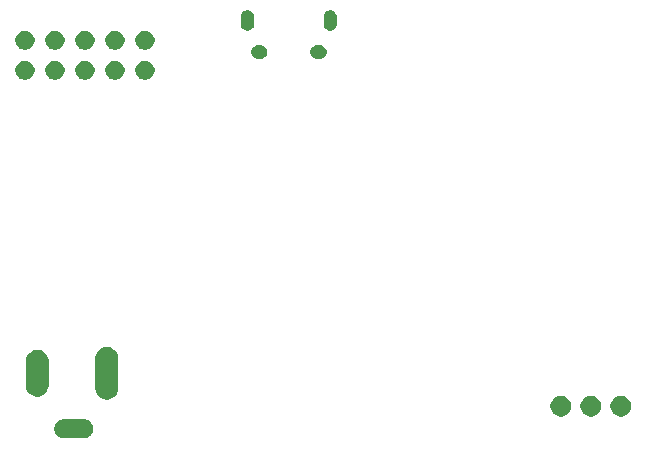
<source format=gbr>
%TF.GenerationSoftware,KiCad,Pcbnew,9.0.4-9.0.4-0~ubuntu22.04.1*%
%TF.CreationDate,2025-09-23T18:33:34+12:00*%
%TF.ProjectId,BBBLedHW,4242424c-6564-4485-972e-6b696361645f,rev?*%
%TF.SameCoordinates,PX7365040PY5f5e100*%
%TF.FileFunction,Soldermask,Bot*%
%TF.FilePolarity,Negative*%
%FSLAX46Y46*%
G04 Gerber Fmt 4.6, Leading zero omitted, Abs format (unit mm)*
G04 Created by KiCad (PCBNEW 9.0.4-9.0.4-0~ubuntu22.04.1) date 2025-09-23 18:33:34*
%MOMM*%
%LPD*%
G01*
G04 APERTURE LIST*
G04 APERTURE END LIST*
G36*
X12028610Y2302638D02*
G01*
X12182808Y2271966D01*
X12328060Y2211801D01*
X12458783Y2124454D01*
X12569954Y2013283D01*
X12657301Y1882560D01*
X12717466Y1737308D01*
X12748138Y1583110D01*
X12748138Y1425890D01*
X12717466Y1271692D01*
X12657301Y1126440D01*
X12569954Y995717D01*
X12458783Y884546D01*
X12328060Y797199D01*
X12182808Y737034D01*
X12028610Y706362D01*
X11950000Y702500D01*
X11949385Y702500D01*
X10250615Y702500D01*
X10250000Y702500D01*
X10171390Y706362D01*
X10017192Y737034D01*
X9871940Y797199D01*
X9741217Y884546D01*
X9630046Y995717D01*
X9542699Y1126440D01*
X9482534Y1271692D01*
X9451862Y1425890D01*
X9451862Y1583110D01*
X9482534Y1737308D01*
X9542699Y1882560D01*
X9630046Y2013283D01*
X9741217Y2124454D01*
X9871940Y2211801D01*
X10017192Y2271966D01*
X10171390Y2302638D01*
X10250000Y2306500D01*
X11950000Y2306500D01*
X12028610Y2302638D01*
G37*
G36*
X52586579Y4270303D02*
G01*
X52747660Y4203581D01*
X52892629Y4106715D01*
X53015915Y3983429D01*
X53112781Y3838460D01*
X53179503Y3677379D01*
X53213517Y3506376D01*
X53213517Y3332024D01*
X53179503Y3161021D01*
X53112781Y2999940D01*
X53015915Y2854971D01*
X52892629Y2731685D01*
X52747660Y2634819D01*
X52586579Y2568097D01*
X52415576Y2534083D01*
X52241224Y2534083D01*
X52070221Y2568097D01*
X51909140Y2634819D01*
X51764171Y2731685D01*
X51640885Y2854971D01*
X51544019Y2999940D01*
X51477297Y3161021D01*
X51443283Y3332024D01*
X51443283Y3506376D01*
X51477297Y3677379D01*
X51544019Y3838460D01*
X51640885Y3983429D01*
X51764171Y4106715D01*
X51909140Y4203581D01*
X52070221Y4270303D01*
X52241224Y4304317D01*
X52415576Y4304317D01*
X52586579Y4270303D01*
G37*
G36*
X55126579Y4270303D02*
G01*
X55287660Y4203581D01*
X55432629Y4106715D01*
X55555915Y3983429D01*
X55652781Y3838460D01*
X55719503Y3677379D01*
X55753517Y3506376D01*
X55753517Y3332024D01*
X55719503Y3161021D01*
X55652781Y2999940D01*
X55555915Y2854971D01*
X55432629Y2731685D01*
X55287660Y2634819D01*
X55126579Y2568097D01*
X54955576Y2534083D01*
X54781224Y2534083D01*
X54610221Y2568097D01*
X54449140Y2634819D01*
X54304171Y2731685D01*
X54180885Y2854971D01*
X54084019Y2999940D01*
X54017297Y3161021D01*
X53983283Y3332024D01*
X53983283Y3506376D01*
X54017297Y3677379D01*
X54084019Y3838460D01*
X54180885Y3983429D01*
X54304171Y4106715D01*
X54449140Y4203581D01*
X54610221Y4270303D01*
X54781224Y4304317D01*
X54955576Y4304317D01*
X55126579Y4270303D01*
G37*
G36*
X57666579Y4270303D02*
G01*
X57827660Y4203581D01*
X57972629Y4106715D01*
X58095915Y3983429D01*
X58192781Y3838460D01*
X58259503Y3677379D01*
X58293517Y3506376D01*
X58293517Y3332024D01*
X58259503Y3161021D01*
X58192781Y2999940D01*
X58095915Y2854971D01*
X57972629Y2731685D01*
X57827660Y2634819D01*
X57666579Y2568097D01*
X57495576Y2534083D01*
X57321224Y2534083D01*
X57150221Y2568097D01*
X56989140Y2634819D01*
X56844171Y2731685D01*
X56720885Y2854971D01*
X56624019Y2999940D01*
X56557297Y3161021D01*
X56523283Y3332024D01*
X56523283Y3506376D01*
X56557297Y3677379D01*
X56624019Y3838460D01*
X56720885Y3983429D01*
X56844171Y4106715D01*
X56989140Y4203581D01*
X57150221Y4270303D01*
X57321224Y4304317D01*
X57495576Y4304317D01*
X57666579Y4270303D01*
G37*
G36*
X14183608Y8389431D02*
G01*
X14360555Y8316137D01*
X14519802Y8209731D01*
X14655231Y8074302D01*
X14761637Y7915055D01*
X14834931Y7738108D01*
X14872295Y7550263D01*
X14877000Y7454500D01*
X14877000Y4954500D01*
X14872295Y4858737D01*
X14834931Y4670892D01*
X14761637Y4493945D01*
X14655231Y4334698D01*
X14519802Y4199269D01*
X14360555Y4092863D01*
X14183608Y4019569D01*
X13995763Y3982205D01*
X13804237Y3982205D01*
X13616392Y4019569D01*
X13439445Y4092863D01*
X13280198Y4199269D01*
X13144769Y4334698D01*
X13038363Y4493945D01*
X12965069Y4670892D01*
X12927705Y4858737D01*
X12923000Y4954500D01*
X12923000Y7454500D01*
X12927705Y7550263D01*
X12965069Y7738108D01*
X13038363Y7915055D01*
X13144769Y8074302D01*
X13280198Y8209731D01*
X13439445Y8316137D01*
X13616392Y8389431D01*
X13804237Y8426795D01*
X13995763Y8426795D01*
X14183608Y8389431D01*
G37*
G36*
X8283608Y8139431D02*
G01*
X8460555Y8066137D01*
X8619802Y7959731D01*
X8755231Y7824302D01*
X8861637Y7665055D01*
X8934931Y7488108D01*
X8972295Y7300263D01*
X8977000Y7204500D01*
X8977000Y5204500D01*
X8972295Y5108737D01*
X8934931Y4920892D01*
X8861637Y4743945D01*
X8755231Y4584698D01*
X8619802Y4449269D01*
X8460555Y4342863D01*
X8283608Y4269569D01*
X8095763Y4232205D01*
X7904237Y4232205D01*
X7716392Y4269569D01*
X7539445Y4342863D01*
X7380198Y4449269D01*
X7244769Y4584698D01*
X7138363Y4743945D01*
X7065069Y4920892D01*
X7027705Y5108737D01*
X7023000Y5204500D01*
X7023000Y7204500D01*
X7027705Y7300263D01*
X7065069Y7488108D01*
X7138363Y7665055D01*
X7244769Y7824302D01*
X7380198Y7959731D01*
X7539445Y8066137D01*
X7716392Y8139431D01*
X7904237Y8176795D01*
X8095763Y8176795D01*
X8283608Y8139431D01*
G37*
G36*
X7195943Y32637801D02*
G01*
X7343151Y32576826D01*
X7475635Y32488303D01*
X7588303Y32375635D01*
X7676826Y32243151D01*
X7737801Y32095943D01*
X7768886Y31939668D01*
X7768886Y31780332D01*
X7737801Y31624057D01*
X7676826Y31476849D01*
X7588303Y31344365D01*
X7475635Y31231697D01*
X7343151Y31143174D01*
X7195943Y31082199D01*
X7039668Y31051114D01*
X6880332Y31051114D01*
X6724057Y31082199D01*
X6576849Y31143174D01*
X6444365Y31231697D01*
X6331697Y31344365D01*
X6243174Y31476849D01*
X6182199Y31624057D01*
X6151114Y31780332D01*
X6151114Y31939668D01*
X6182199Y32095943D01*
X6243174Y32243151D01*
X6331697Y32375635D01*
X6444365Y32488303D01*
X6576849Y32576826D01*
X6724057Y32637801D01*
X6880332Y32668886D01*
X7039668Y32668886D01*
X7195943Y32637801D01*
G37*
G36*
X9735943Y32637801D02*
G01*
X9883151Y32576826D01*
X10015635Y32488303D01*
X10128303Y32375635D01*
X10216826Y32243151D01*
X10277801Y32095943D01*
X10308886Y31939668D01*
X10308886Y31780332D01*
X10277801Y31624057D01*
X10216826Y31476849D01*
X10128303Y31344365D01*
X10015635Y31231697D01*
X9883151Y31143174D01*
X9735943Y31082199D01*
X9579668Y31051114D01*
X9420332Y31051114D01*
X9264057Y31082199D01*
X9116849Y31143174D01*
X8984365Y31231697D01*
X8871697Y31344365D01*
X8783174Y31476849D01*
X8722199Y31624057D01*
X8691114Y31780332D01*
X8691114Y31939668D01*
X8722199Y32095943D01*
X8783174Y32243151D01*
X8871697Y32375635D01*
X8984365Y32488303D01*
X9116849Y32576826D01*
X9264057Y32637801D01*
X9420332Y32668886D01*
X9579668Y32668886D01*
X9735943Y32637801D01*
G37*
G36*
X12275943Y32637801D02*
G01*
X12423151Y32576826D01*
X12555635Y32488303D01*
X12668303Y32375635D01*
X12756826Y32243151D01*
X12817801Y32095943D01*
X12848886Y31939668D01*
X12848886Y31780332D01*
X12817801Y31624057D01*
X12756826Y31476849D01*
X12668303Y31344365D01*
X12555635Y31231697D01*
X12423151Y31143174D01*
X12275943Y31082199D01*
X12119668Y31051114D01*
X11960332Y31051114D01*
X11804057Y31082199D01*
X11656849Y31143174D01*
X11524365Y31231697D01*
X11411697Y31344365D01*
X11323174Y31476849D01*
X11262199Y31624057D01*
X11231114Y31780332D01*
X11231114Y31939668D01*
X11262199Y32095943D01*
X11323174Y32243151D01*
X11411697Y32375635D01*
X11524365Y32488303D01*
X11656849Y32576826D01*
X11804057Y32637801D01*
X11960332Y32668886D01*
X12119668Y32668886D01*
X12275943Y32637801D01*
G37*
G36*
X14815943Y32637801D02*
G01*
X14963151Y32576826D01*
X15095635Y32488303D01*
X15208303Y32375635D01*
X15296826Y32243151D01*
X15357801Y32095943D01*
X15388886Y31939668D01*
X15388886Y31780332D01*
X15357801Y31624057D01*
X15296826Y31476849D01*
X15208303Y31344365D01*
X15095635Y31231697D01*
X14963151Y31143174D01*
X14815943Y31082199D01*
X14659668Y31051114D01*
X14500332Y31051114D01*
X14344057Y31082199D01*
X14196849Y31143174D01*
X14064365Y31231697D01*
X13951697Y31344365D01*
X13863174Y31476849D01*
X13802199Y31624057D01*
X13771114Y31780332D01*
X13771114Y31939668D01*
X13802199Y32095943D01*
X13863174Y32243151D01*
X13951697Y32375635D01*
X14064365Y32488303D01*
X14196849Y32576826D01*
X14344057Y32637801D01*
X14500332Y32668886D01*
X14659668Y32668886D01*
X14815943Y32637801D01*
G37*
G36*
X17355943Y32637801D02*
G01*
X17503151Y32576826D01*
X17635635Y32488303D01*
X17748303Y32375635D01*
X17836826Y32243151D01*
X17897801Y32095943D01*
X17928886Y31939668D01*
X17928886Y31780332D01*
X17897801Y31624057D01*
X17836826Y31476849D01*
X17748303Y31344365D01*
X17635635Y31231697D01*
X17503151Y31143174D01*
X17355943Y31082199D01*
X17199668Y31051114D01*
X17040332Y31051114D01*
X16884057Y31082199D01*
X16736849Y31143174D01*
X16604365Y31231697D01*
X16491697Y31344365D01*
X16403174Y31476849D01*
X16342199Y31624057D01*
X16311114Y31780332D01*
X16311114Y31939668D01*
X16342199Y32095943D01*
X16403174Y32243151D01*
X16491697Y32375635D01*
X16604365Y32488303D01*
X16736849Y32576826D01*
X16884057Y32637801D01*
X17040332Y32668886D01*
X17199668Y32668886D01*
X17355943Y32637801D01*
G37*
G36*
X27012638Y33960420D02*
G01*
X27153544Y33922665D01*
X27279876Y33849727D01*
X27383026Y33746577D01*
X27455964Y33620245D01*
X27493719Y33479339D01*
X27493719Y33333463D01*
X27455964Y33192557D01*
X27383026Y33066225D01*
X27279876Y32963075D01*
X27153544Y32890137D01*
X27012638Y32852382D01*
X26939700Y32847601D01*
X26938863Y32847601D01*
X26661137Y32847601D01*
X26660300Y32847601D01*
X26587362Y32852382D01*
X26446456Y32890137D01*
X26320124Y32963075D01*
X26216974Y33066225D01*
X26144036Y33192557D01*
X26106281Y33333463D01*
X26106281Y33479339D01*
X26144036Y33620245D01*
X26216974Y33746577D01*
X26320124Y33849727D01*
X26446456Y33922665D01*
X26587362Y33960420D01*
X26660300Y33965201D01*
X26939700Y33965201D01*
X27012638Y33960420D01*
G37*
G36*
X32012638Y33960420D02*
G01*
X32153544Y33922665D01*
X32279876Y33849727D01*
X32383026Y33746577D01*
X32455964Y33620245D01*
X32493719Y33479339D01*
X32493719Y33333463D01*
X32455964Y33192557D01*
X32383026Y33066225D01*
X32279876Y32963075D01*
X32153544Y32890137D01*
X32012638Y32852382D01*
X31939700Y32847601D01*
X31938863Y32847601D01*
X31661137Y32847601D01*
X31660300Y32847601D01*
X31587362Y32852382D01*
X31446456Y32890137D01*
X31320124Y32963075D01*
X31216974Y33066225D01*
X31144036Y33192557D01*
X31106281Y33333463D01*
X31106281Y33479339D01*
X31144036Y33620245D01*
X31216974Y33746577D01*
X31320124Y33849727D01*
X31446456Y33922665D01*
X31587362Y33960420D01*
X31660300Y33965201D01*
X31939700Y33965201D01*
X32012638Y33960420D01*
G37*
G36*
X7195943Y35177801D02*
G01*
X7343151Y35116826D01*
X7475635Y35028303D01*
X7588303Y34915635D01*
X7676826Y34783151D01*
X7737801Y34635943D01*
X7768886Y34479668D01*
X7768886Y34320332D01*
X7737801Y34164057D01*
X7676826Y34016849D01*
X7588303Y33884365D01*
X7475635Y33771697D01*
X7343151Y33683174D01*
X7195943Y33622199D01*
X7039668Y33591114D01*
X6880332Y33591114D01*
X6724057Y33622199D01*
X6576849Y33683174D01*
X6444365Y33771697D01*
X6331697Y33884365D01*
X6243174Y34016849D01*
X6182199Y34164057D01*
X6151114Y34320332D01*
X6151114Y34479668D01*
X6182199Y34635943D01*
X6243174Y34783151D01*
X6331697Y34915635D01*
X6444365Y35028303D01*
X6576849Y35116826D01*
X6724057Y35177801D01*
X6880332Y35208886D01*
X7039668Y35208886D01*
X7195943Y35177801D01*
G37*
G36*
X9735943Y35177801D02*
G01*
X9883151Y35116826D01*
X10015635Y35028303D01*
X10128303Y34915635D01*
X10216826Y34783151D01*
X10277801Y34635943D01*
X10308886Y34479668D01*
X10308886Y34320332D01*
X10277801Y34164057D01*
X10216826Y34016849D01*
X10128303Y33884365D01*
X10015635Y33771697D01*
X9883151Y33683174D01*
X9735943Y33622199D01*
X9579668Y33591114D01*
X9420332Y33591114D01*
X9264057Y33622199D01*
X9116849Y33683174D01*
X8984365Y33771697D01*
X8871697Y33884365D01*
X8783174Y34016849D01*
X8722199Y34164057D01*
X8691114Y34320332D01*
X8691114Y34479668D01*
X8722199Y34635943D01*
X8783174Y34783151D01*
X8871697Y34915635D01*
X8984365Y35028303D01*
X9116849Y35116826D01*
X9264057Y35177801D01*
X9420332Y35208886D01*
X9579668Y35208886D01*
X9735943Y35177801D01*
G37*
G36*
X12275943Y35177801D02*
G01*
X12423151Y35116826D01*
X12555635Y35028303D01*
X12668303Y34915635D01*
X12756826Y34783151D01*
X12817801Y34635943D01*
X12848886Y34479668D01*
X12848886Y34320332D01*
X12817801Y34164057D01*
X12756826Y34016849D01*
X12668303Y33884365D01*
X12555635Y33771697D01*
X12423151Y33683174D01*
X12275943Y33622199D01*
X12119668Y33591114D01*
X11960332Y33591114D01*
X11804057Y33622199D01*
X11656849Y33683174D01*
X11524365Y33771697D01*
X11411697Y33884365D01*
X11323174Y34016849D01*
X11262199Y34164057D01*
X11231114Y34320332D01*
X11231114Y34479668D01*
X11262199Y34635943D01*
X11323174Y34783151D01*
X11411697Y34915635D01*
X11524365Y35028303D01*
X11656849Y35116826D01*
X11804057Y35177801D01*
X11960332Y35208886D01*
X12119668Y35208886D01*
X12275943Y35177801D01*
G37*
G36*
X14815943Y35177801D02*
G01*
X14963151Y35116826D01*
X15095635Y35028303D01*
X15208303Y34915635D01*
X15296826Y34783151D01*
X15357801Y34635943D01*
X15388886Y34479668D01*
X15388886Y34320332D01*
X15357801Y34164057D01*
X15296826Y34016849D01*
X15208303Y33884365D01*
X15095635Y33771697D01*
X14963151Y33683174D01*
X14815943Y33622199D01*
X14659668Y33591114D01*
X14500332Y33591114D01*
X14344057Y33622199D01*
X14196849Y33683174D01*
X14064365Y33771697D01*
X13951697Y33884365D01*
X13863174Y34016849D01*
X13802199Y34164057D01*
X13771114Y34320332D01*
X13771114Y34479668D01*
X13802199Y34635943D01*
X13863174Y34783151D01*
X13951697Y34915635D01*
X14064365Y35028303D01*
X14196849Y35116826D01*
X14344057Y35177801D01*
X14500332Y35208886D01*
X14659668Y35208886D01*
X14815943Y35177801D01*
G37*
G36*
X17355943Y35177801D02*
G01*
X17503151Y35116826D01*
X17635635Y35028303D01*
X17748303Y34915635D01*
X17836826Y34783151D01*
X17897801Y34635943D01*
X17928886Y34479668D01*
X17928886Y34320332D01*
X17897801Y34164057D01*
X17836826Y34016849D01*
X17748303Y33884365D01*
X17635635Y33771697D01*
X17503151Y33683174D01*
X17355943Y33622199D01*
X17199668Y33591114D01*
X17040332Y33591114D01*
X16884057Y33622199D01*
X16736849Y33683174D01*
X16604365Y33771697D01*
X16491697Y33884365D01*
X16403174Y34016849D01*
X16342199Y34164057D01*
X16311114Y34320332D01*
X16311114Y34479668D01*
X16342199Y34635943D01*
X16403174Y34783151D01*
X16491697Y34915635D01*
X16604365Y35028303D01*
X16736849Y35116826D01*
X16884057Y35177801D01*
X17040332Y35208886D01*
X17199668Y35208886D01*
X17355943Y35177801D01*
G37*
G36*
X26013843Y36915166D02*
G01*
X26140175Y36842228D01*
X26243325Y36739078D01*
X26316263Y36612746D01*
X26354018Y36471840D01*
X26358799Y36398902D01*
X26358799Y35763902D01*
X26354018Y35690964D01*
X26316263Y35550058D01*
X26243325Y35423726D01*
X26140175Y35320576D01*
X26013843Y35247638D01*
X25872937Y35209883D01*
X25727061Y35209883D01*
X25586155Y35247638D01*
X25459823Y35320576D01*
X25356673Y35423726D01*
X25283735Y35550058D01*
X25245980Y35690964D01*
X25241199Y35763902D01*
X25241199Y36398902D01*
X25245980Y36471840D01*
X25283735Y36612746D01*
X25356673Y36739078D01*
X25459823Y36842228D01*
X25586155Y36915166D01*
X25727061Y36952921D01*
X25872937Y36952921D01*
X26013843Y36915166D01*
G37*
G36*
X33013844Y36915166D02*
G01*
X33140176Y36842228D01*
X33243326Y36739078D01*
X33316264Y36612746D01*
X33354019Y36471840D01*
X33358800Y36398902D01*
X33358800Y35763902D01*
X33354019Y35690964D01*
X33316264Y35550058D01*
X33243326Y35423726D01*
X33140176Y35320576D01*
X33013844Y35247638D01*
X32872938Y35209883D01*
X32727062Y35209883D01*
X32586156Y35247638D01*
X32459824Y35320576D01*
X32356674Y35423726D01*
X32283736Y35550058D01*
X32245981Y35690964D01*
X32241200Y35763902D01*
X32241200Y36398902D01*
X32245981Y36471840D01*
X32283736Y36612746D01*
X32356674Y36739078D01*
X32459824Y36842228D01*
X32586156Y36915166D01*
X32727062Y36952921D01*
X32872938Y36952921D01*
X33013844Y36915166D01*
G37*
M02*

</source>
